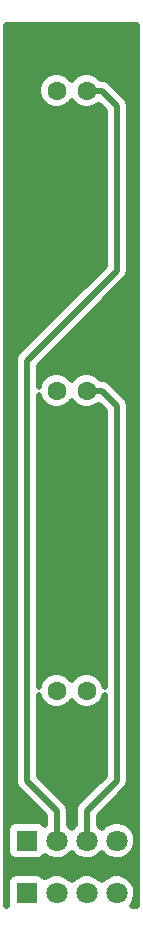
<source format=gbl>
G04 (created by PCBNEW (2013-07-07 BZR 4022)-stable) date 9/25/2013 7:58:19 PM*
%MOIN*%
G04 Gerber Fmt 3.4, Leading zero omitted, Abs format*
%FSLAX34Y34*%
G01*
G70*
G90*
G04 APERTURE LIST*
%ADD10C,0.006*%
%ADD11R,0.0708661X0.0708661*%
%ADD12C,0.0708661*%
%ADD13C,0.0629921*%
%ADD14C,0.02*%
G04 APERTURE END LIST*
G54D10*
G54D11*
X1000Y750D03*
G54D12*
X2000Y750D03*
X3000Y750D03*
X4000Y750D03*
G54D11*
X1000Y2500D03*
G54D12*
X2000Y2500D03*
X3000Y2500D03*
X4000Y2500D03*
G54D13*
X2000Y7500D03*
X3000Y7500D03*
X2000Y27500D03*
X3000Y27500D03*
X2000Y17500D03*
X3000Y17500D03*
G54D14*
X2000Y2500D02*
X2000Y3500D01*
X3500Y27500D02*
X3000Y27500D01*
X4000Y27000D02*
X3500Y27500D01*
X4000Y21500D02*
X4000Y27000D01*
X1000Y18500D02*
X4000Y21500D01*
X1000Y4500D02*
X1000Y18500D01*
X2000Y3500D02*
X1000Y4500D01*
X3000Y2500D02*
X3000Y3500D01*
X3500Y17500D02*
X3000Y17500D01*
X4000Y17000D02*
X3500Y17500D01*
X4000Y4500D02*
X4000Y17000D01*
X3000Y3500D02*
X4000Y4500D01*
G54D10*
G36*
X3600Y7635D02*
X3591Y7678D01*
X3545Y7790D01*
X3478Y7890D01*
X3393Y7976D01*
X3293Y8043D01*
X3182Y8090D01*
X3064Y8114D01*
X2943Y8115D01*
X2825Y8092D01*
X2713Y8047D01*
X2612Y7981D01*
X2526Y7897D01*
X2500Y7858D01*
X2478Y7890D01*
X2393Y7976D01*
X2293Y8043D01*
X2182Y8090D01*
X2064Y8114D01*
X1943Y8115D01*
X1825Y8092D01*
X1713Y8047D01*
X1612Y7981D01*
X1526Y7897D01*
X1458Y7797D01*
X1410Y7686D01*
X1400Y7635D01*
X1400Y17362D01*
X1406Y17329D01*
X1450Y17217D01*
X1515Y17116D01*
X1599Y17029D01*
X1698Y16960D01*
X1809Y16912D01*
X1926Y16886D01*
X2047Y16883D01*
X2166Y16904D01*
X2278Y16948D01*
X2380Y17013D01*
X2467Y17096D01*
X2499Y17141D01*
X2515Y17116D01*
X2599Y17029D01*
X2698Y16960D01*
X2809Y16912D01*
X2926Y16886D01*
X3047Y16883D01*
X3166Y16904D01*
X3278Y16948D01*
X3380Y17013D01*
X3401Y17032D01*
X3600Y16834D01*
X3600Y7635D01*
X3600Y7635D01*
G37*
G54D14*
X3600Y7635D02*
X3591Y7678D01*
X3545Y7790D01*
X3478Y7890D01*
X3393Y7976D01*
X3293Y8043D01*
X3182Y8090D01*
X3064Y8114D01*
X2943Y8115D01*
X2825Y8092D01*
X2713Y8047D01*
X2612Y7981D01*
X2526Y7897D01*
X2500Y7858D01*
X2478Y7890D01*
X2393Y7976D01*
X2293Y8043D01*
X2182Y8090D01*
X2064Y8114D01*
X1943Y8115D01*
X1825Y8092D01*
X1713Y8047D01*
X1612Y7981D01*
X1526Y7897D01*
X1458Y7797D01*
X1410Y7686D01*
X1400Y7635D01*
X1400Y17362D01*
X1406Y17329D01*
X1450Y17217D01*
X1515Y17116D01*
X1599Y17029D01*
X1698Y16960D01*
X1809Y16912D01*
X1926Y16886D01*
X2047Y16883D01*
X2166Y16904D01*
X2278Y16948D01*
X2380Y17013D01*
X2467Y17096D01*
X2499Y17141D01*
X2515Y17116D01*
X2599Y17029D01*
X2698Y16960D01*
X2809Y16912D01*
X2926Y16886D01*
X3047Y16883D01*
X3166Y16904D01*
X3278Y16948D01*
X3380Y17013D01*
X3401Y17032D01*
X3600Y16834D01*
X3600Y7635D01*
G54D10*
G36*
X3600Y4665D02*
X2717Y3782D01*
X2693Y3754D01*
X2669Y3725D01*
X2668Y3724D01*
X2667Y3722D01*
X2650Y3689D01*
X2632Y3657D01*
X2631Y3655D01*
X2630Y3653D01*
X2619Y3618D01*
X2608Y3583D01*
X2608Y3581D01*
X2607Y3579D01*
X2604Y3542D01*
X2600Y3505D01*
X2600Y3501D01*
X2600Y3501D01*
X2600Y3501D01*
X2600Y3500D01*
X2600Y3020D01*
X2588Y3012D01*
X2499Y2925D01*
X2419Y3006D01*
X2400Y3019D01*
X2400Y3500D01*
X2396Y3536D01*
X2393Y3573D01*
X2392Y3575D01*
X2392Y3577D01*
X2381Y3613D01*
X2371Y3648D01*
X2370Y3650D01*
X2369Y3652D01*
X2352Y3685D01*
X2335Y3717D01*
X2334Y3719D01*
X2333Y3721D01*
X2309Y3749D01*
X2286Y3778D01*
X2283Y3781D01*
X2283Y3781D01*
X2283Y3781D01*
X2282Y3782D01*
X1400Y4665D01*
X1400Y7362D01*
X1406Y7329D01*
X1450Y7217D01*
X1515Y7116D01*
X1599Y7029D01*
X1698Y6960D01*
X1809Y6912D01*
X1926Y6886D01*
X2047Y6883D01*
X2166Y6904D01*
X2278Y6948D01*
X2380Y7013D01*
X2467Y7096D01*
X2499Y7141D01*
X2515Y7116D01*
X2599Y7029D01*
X2698Y6960D01*
X2809Y6912D01*
X2926Y6886D01*
X3047Y6883D01*
X3166Y6904D01*
X3278Y6948D01*
X3380Y7013D01*
X3467Y7096D01*
X3537Y7194D01*
X3586Y7304D01*
X3600Y7365D01*
X3600Y4665D01*
X3600Y4665D01*
G37*
G54D14*
X3600Y4665D02*
X2717Y3782D01*
X2693Y3754D01*
X2669Y3725D01*
X2668Y3724D01*
X2667Y3722D01*
X2650Y3689D01*
X2632Y3657D01*
X2631Y3655D01*
X2630Y3653D01*
X2619Y3618D01*
X2608Y3583D01*
X2608Y3581D01*
X2607Y3579D01*
X2604Y3542D01*
X2600Y3505D01*
X2600Y3501D01*
X2600Y3501D01*
X2600Y3501D01*
X2600Y3500D01*
X2600Y3020D01*
X2588Y3012D01*
X2499Y2925D01*
X2419Y3006D01*
X2400Y3019D01*
X2400Y3500D01*
X2396Y3536D01*
X2393Y3573D01*
X2392Y3575D01*
X2392Y3577D01*
X2381Y3613D01*
X2371Y3648D01*
X2370Y3650D01*
X2369Y3652D01*
X2352Y3685D01*
X2335Y3717D01*
X2334Y3719D01*
X2333Y3721D01*
X2309Y3749D01*
X2286Y3778D01*
X2283Y3781D01*
X2283Y3781D01*
X2283Y3781D01*
X2282Y3782D01*
X1400Y4665D01*
X1400Y7362D01*
X1406Y7329D01*
X1450Y7217D01*
X1515Y7116D01*
X1599Y7029D01*
X1698Y6960D01*
X1809Y6912D01*
X1926Y6886D01*
X2047Y6883D01*
X2166Y6904D01*
X2278Y6948D01*
X2380Y7013D01*
X2467Y7096D01*
X2499Y7141D01*
X2515Y7116D01*
X2599Y7029D01*
X2698Y6960D01*
X2809Y6912D01*
X2926Y6886D01*
X3047Y6883D01*
X3166Y6904D01*
X3278Y6948D01*
X3380Y7013D01*
X3467Y7096D01*
X3537Y7194D01*
X3586Y7304D01*
X3600Y7365D01*
X3600Y4665D01*
G54D10*
G36*
X4675Y325D02*
X4500Y325D01*
X4571Y425D01*
X4623Y542D01*
X4652Y667D01*
X4654Y814D01*
X4654Y2564D01*
X4629Y2690D01*
X4580Y2808D01*
X4509Y2915D01*
X4419Y3006D01*
X4312Y3078D01*
X4194Y3128D01*
X4068Y3153D01*
X3940Y3154D01*
X3814Y3130D01*
X3695Y3082D01*
X3588Y3012D01*
X3499Y2925D01*
X3419Y3006D01*
X3400Y3019D01*
X3400Y3334D01*
X4282Y4217D01*
X4306Y4245D01*
X4330Y4274D01*
X4331Y4275D01*
X4332Y4277D01*
X4349Y4310D01*
X4367Y4342D01*
X4368Y4344D01*
X4369Y4346D01*
X4380Y4381D01*
X4391Y4416D01*
X4391Y4418D01*
X4392Y4420D01*
X4395Y4457D01*
X4399Y4494D01*
X4399Y4498D01*
X4399Y4498D01*
X4399Y4498D01*
X4400Y4500D01*
X4400Y17000D01*
X4396Y17036D01*
X4393Y17073D01*
X4392Y17075D01*
X4392Y17077D01*
X4381Y17113D01*
X4371Y17148D01*
X4370Y17150D01*
X4369Y17152D01*
X4352Y17185D01*
X4335Y17217D01*
X4334Y17219D01*
X4333Y17221D01*
X4309Y17249D01*
X4286Y17278D01*
X4283Y17281D01*
X4283Y17281D01*
X4283Y17281D01*
X4282Y17282D01*
X3782Y17782D01*
X3754Y17806D01*
X3725Y17830D01*
X3724Y17831D01*
X3722Y17832D01*
X3689Y17849D01*
X3657Y17867D01*
X3655Y17868D01*
X3653Y17869D01*
X3618Y17880D01*
X3583Y17891D01*
X3581Y17891D01*
X3579Y17892D01*
X3542Y17895D01*
X3505Y17899D01*
X3501Y17899D01*
X3501Y17899D01*
X3501Y17899D01*
X3500Y17900D01*
X3469Y17900D01*
X3393Y17976D01*
X3293Y18043D01*
X3182Y18090D01*
X3064Y18114D01*
X2943Y18115D01*
X2825Y18092D01*
X2713Y18047D01*
X2612Y17981D01*
X2526Y17897D01*
X2500Y17858D01*
X2478Y17890D01*
X2393Y17976D01*
X2293Y18043D01*
X2182Y18090D01*
X2064Y18114D01*
X1943Y18115D01*
X1825Y18092D01*
X1713Y18047D01*
X1612Y17981D01*
X1526Y17897D01*
X1458Y17797D01*
X1410Y17686D01*
X1400Y17635D01*
X1400Y18334D01*
X4282Y21217D01*
X4306Y21245D01*
X4330Y21274D01*
X4331Y21275D01*
X4332Y21277D01*
X4349Y21310D01*
X4367Y21342D01*
X4368Y21344D01*
X4369Y21346D01*
X4380Y21381D01*
X4391Y21416D01*
X4391Y21418D01*
X4392Y21420D01*
X4395Y21457D01*
X4399Y21494D01*
X4399Y21498D01*
X4399Y21498D01*
X4399Y21498D01*
X4400Y21500D01*
X4400Y27000D01*
X4396Y27036D01*
X4393Y27073D01*
X4392Y27075D01*
X4392Y27077D01*
X4381Y27113D01*
X4371Y27148D01*
X4370Y27150D01*
X4369Y27152D01*
X4352Y27185D01*
X4335Y27217D01*
X4334Y27219D01*
X4333Y27221D01*
X4309Y27249D01*
X4286Y27278D01*
X4283Y27281D01*
X4283Y27281D01*
X4283Y27281D01*
X4282Y27282D01*
X3782Y27782D01*
X3754Y27806D01*
X3725Y27830D01*
X3724Y27831D01*
X3722Y27832D01*
X3689Y27849D01*
X3657Y27867D01*
X3655Y27868D01*
X3653Y27869D01*
X3618Y27880D01*
X3583Y27891D01*
X3581Y27891D01*
X3579Y27892D01*
X3542Y27895D01*
X3505Y27899D01*
X3501Y27899D01*
X3501Y27899D01*
X3501Y27899D01*
X3500Y27900D01*
X3469Y27900D01*
X3393Y27976D01*
X3293Y28043D01*
X3182Y28090D01*
X3064Y28114D01*
X2943Y28115D01*
X2825Y28092D01*
X2713Y28047D01*
X2612Y27981D01*
X2526Y27897D01*
X2500Y27858D01*
X2478Y27890D01*
X2393Y27976D01*
X2293Y28043D01*
X2182Y28090D01*
X2064Y28114D01*
X1943Y28115D01*
X1825Y28092D01*
X1713Y28047D01*
X1612Y27981D01*
X1526Y27897D01*
X1458Y27797D01*
X1410Y27686D01*
X1385Y27568D01*
X1384Y27448D01*
X1406Y27329D01*
X1450Y27217D01*
X1515Y27116D01*
X1599Y27029D01*
X1698Y26960D01*
X1809Y26912D01*
X1926Y26886D01*
X2047Y26883D01*
X2166Y26904D01*
X2278Y26948D01*
X2380Y27013D01*
X2467Y27096D01*
X2499Y27141D01*
X2515Y27116D01*
X2599Y27029D01*
X2698Y26960D01*
X2809Y26912D01*
X2926Y26886D01*
X3047Y26883D01*
X3166Y26904D01*
X3278Y26948D01*
X3380Y27013D01*
X3401Y27032D01*
X3600Y26834D01*
X3600Y21665D01*
X717Y18782D01*
X693Y18754D01*
X669Y18725D01*
X668Y18724D01*
X667Y18722D01*
X650Y18689D01*
X632Y18657D01*
X631Y18655D01*
X630Y18653D01*
X619Y18618D01*
X608Y18583D01*
X608Y18581D01*
X607Y18579D01*
X604Y18542D01*
X600Y18505D01*
X600Y18501D01*
X600Y18501D01*
X600Y18501D01*
X600Y18500D01*
X600Y4500D01*
X603Y4463D01*
X606Y4426D01*
X607Y4424D01*
X607Y4422D01*
X618Y4386D01*
X628Y4351D01*
X629Y4349D01*
X630Y4347D01*
X647Y4314D01*
X664Y4282D01*
X665Y4280D01*
X666Y4278D01*
X690Y4250D01*
X713Y4221D01*
X716Y4218D01*
X716Y4218D01*
X716Y4218D01*
X717Y4217D01*
X1600Y3334D01*
X1600Y3026D01*
X1587Y3044D01*
X1546Y3086D01*
X1497Y3119D01*
X1443Y3142D01*
X1385Y3154D01*
X1327Y3154D01*
X616Y3154D01*
X558Y3142D01*
X504Y3120D01*
X455Y3087D01*
X413Y3046D01*
X380Y2997D01*
X357Y2943D01*
X345Y2885D01*
X345Y2827D01*
X345Y2116D01*
X357Y2058D01*
X379Y2004D01*
X412Y1955D01*
X453Y1913D01*
X502Y1880D01*
X556Y1857D01*
X614Y1845D01*
X672Y1845D01*
X1383Y1845D01*
X1441Y1857D01*
X1495Y1879D01*
X1544Y1912D01*
X1586Y1953D01*
X1603Y1978D01*
X1679Y1926D01*
X1796Y1874D01*
X1922Y1847D01*
X2050Y1844D01*
X2176Y1866D01*
X2296Y1913D01*
X2404Y1981D01*
X2497Y2070D01*
X2500Y2074D01*
X2573Y1999D01*
X2679Y1926D01*
X2796Y1874D01*
X2922Y1847D01*
X3050Y1844D01*
X3176Y1866D01*
X3296Y1913D01*
X3404Y1981D01*
X3497Y2070D01*
X3500Y2074D01*
X3573Y1999D01*
X3679Y1926D01*
X3796Y1874D01*
X3922Y1847D01*
X4050Y1844D01*
X4176Y1866D01*
X4296Y1913D01*
X4404Y1981D01*
X4497Y2070D01*
X4571Y2175D01*
X4623Y2292D01*
X4652Y2417D01*
X4654Y2564D01*
X4654Y814D01*
X4629Y940D01*
X4580Y1058D01*
X4509Y1165D01*
X4419Y1256D01*
X4312Y1328D01*
X4194Y1378D01*
X4068Y1403D01*
X3940Y1404D01*
X3814Y1380D01*
X3695Y1332D01*
X3588Y1262D01*
X3499Y1175D01*
X3419Y1256D01*
X3312Y1328D01*
X3194Y1378D01*
X3068Y1403D01*
X2940Y1404D01*
X2814Y1380D01*
X2695Y1332D01*
X2588Y1262D01*
X2499Y1175D01*
X2419Y1256D01*
X2312Y1328D01*
X2194Y1378D01*
X2068Y1403D01*
X1940Y1404D01*
X1814Y1380D01*
X1695Y1332D01*
X1602Y1272D01*
X1587Y1294D01*
X1546Y1336D01*
X1497Y1369D01*
X1443Y1392D01*
X1385Y1404D01*
X1327Y1404D01*
X616Y1404D01*
X558Y1392D01*
X504Y1370D01*
X455Y1337D01*
X413Y1296D01*
X380Y1247D01*
X357Y1193D01*
X345Y1135D01*
X345Y1077D01*
X345Y366D01*
X353Y325D01*
X325Y325D01*
X325Y29675D01*
X4675Y29675D01*
X4675Y325D01*
X4675Y325D01*
G37*
G54D14*
X4675Y325D02*
X4500Y325D01*
X4571Y425D01*
X4623Y542D01*
X4652Y667D01*
X4654Y814D01*
X4654Y2564D01*
X4629Y2690D01*
X4580Y2808D01*
X4509Y2915D01*
X4419Y3006D01*
X4312Y3078D01*
X4194Y3128D01*
X4068Y3153D01*
X3940Y3154D01*
X3814Y3130D01*
X3695Y3082D01*
X3588Y3012D01*
X3499Y2925D01*
X3419Y3006D01*
X3400Y3019D01*
X3400Y3334D01*
X4282Y4217D01*
X4306Y4245D01*
X4330Y4274D01*
X4331Y4275D01*
X4332Y4277D01*
X4349Y4310D01*
X4367Y4342D01*
X4368Y4344D01*
X4369Y4346D01*
X4380Y4381D01*
X4391Y4416D01*
X4391Y4418D01*
X4392Y4420D01*
X4395Y4457D01*
X4399Y4494D01*
X4399Y4498D01*
X4399Y4498D01*
X4399Y4498D01*
X4400Y4500D01*
X4400Y17000D01*
X4396Y17036D01*
X4393Y17073D01*
X4392Y17075D01*
X4392Y17077D01*
X4381Y17113D01*
X4371Y17148D01*
X4370Y17150D01*
X4369Y17152D01*
X4352Y17185D01*
X4335Y17217D01*
X4334Y17219D01*
X4333Y17221D01*
X4309Y17249D01*
X4286Y17278D01*
X4283Y17281D01*
X4283Y17281D01*
X4283Y17281D01*
X4282Y17282D01*
X3782Y17782D01*
X3754Y17806D01*
X3725Y17830D01*
X3724Y17831D01*
X3722Y17832D01*
X3689Y17849D01*
X3657Y17867D01*
X3655Y17868D01*
X3653Y17869D01*
X3618Y17880D01*
X3583Y17891D01*
X3581Y17891D01*
X3579Y17892D01*
X3542Y17895D01*
X3505Y17899D01*
X3501Y17899D01*
X3501Y17899D01*
X3501Y17899D01*
X3500Y17900D01*
X3469Y17900D01*
X3393Y17976D01*
X3293Y18043D01*
X3182Y18090D01*
X3064Y18114D01*
X2943Y18115D01*
X2825Y18092D01*
X2713Y18047D01*
X2612Y17981D01*
X2526Y17897D01*
X2500Y17858D01*
X2478Y17890D01*
X2393Y17976D01*
X2293Y18043D01*
X2182Y18090D01*
X2064Y18114D01*
X1943Y18115D01*
X1825Y18092D01*
X1713Y18047D01*
X1612Y17981D01*
X1526Y17897D01*
X1458Y17797D01*
X1410Y17686D01*
X1400Y17635D01*
X1400Y18334D01*
X4282Y21217D01*
X4306Y21245D01*
X4330Y21274D01*
X4331Y21275D01*
X4332Y21277D01*
X4349Y21310D01*
X4367Y21342D01*
X4368Y21344D01*
X4369Y21346D01*
X4380Y21381D01*
X4391Y21416D01*
X4391Y21418D01*
X4392Y21420D01*
X4395Y21457D01*
X4399Y21494D01*
X4399Y21498D01*
X4399Y21498D01*
X4399Y21498D01*
X4400Y21500D01*
X4400Y27000D01*
X4396Y27036D01*
X4393Y27073D01*
X4392Y27075D01*
X4392Y27077D01*
X4381Y27113D01*
X4371Y27148D01*
X4370Y27150D01*
X4369Y27152D01*
X4352Y27185D01*
X4335Y27217D01*
X4334Y27219D01*
X4333Y27221D01*
X4309Y27249D01*
X4286Y27278D01*
X4283Y27281D01*
X4283Y27281D01*
X4283Y27281D01*
X4282Y27282D01*
X3782Y27782D01*
X3754Y27806D01*
X3725Y27830D01*
X3724Y27831D01*
X3722Y27832D01*
X3689Y27849D01*
X3657Y27867D01*
X3655Y27868D01*
X3653Y27869D01*
X3618Y27880D01*
X3583Y27891D01*
X3581Y27891D01*
X3579Y27892D01*
X3542Y27895D01*
X3505Y27899D01*
X3501Y27899D01*
X3501Y27899D01*
X3501Y27899D01*
X3500Y27900D01*
X3469Y27900D01*
X3393Y27976D01*
X3293Y28043D01*
X3182Y28090D01*
X3064Y28114D01*
X2943Y28115D01*
X2825Y28092D01*
X2713Y28047D01*
X2612Y27981D01*
X2526Y27897D01*
X2500Y27858D01*
X2478Y27890D01*
X2393Y27976D01*
X2293Y28043D01*
X2182Y28090D01*
X2064Y28114D01*
X1943Y28115D01*
X1825Y28092D01*
X1713Y28047D01*
X1612Y27981D01*
X1526Y27897D01*
X1458Y27797D01*
X1410Y27686D01*
X1385Y27568D01*
X1384Y27448D01*
X1406Y27329D01*
X1450Y27217D01*
X1515Y27116D01*
X1599Y27029D01*
X1698Y26960D01*
X1809Y26912D01*
X1926Y26886D01*
X2047Y26883D01*
X2166Y26904D01*
X2278Y26948D01*
X2380Y27013D01*
X2467Y27096D01*
X2499Y27141D01*
X2515Y27116D01*
X2599Y27029D01*
X2698Y26960D01*
X2809Y26912D01*
X2926Y26886D01*
X3047Y26883D01*
X3166Y26904D01*
X3278Y26948D01*
X3380Y27013D01*
X3401Y27032D01*
X3600Y26834D01*
X3600Y21665D01*
X717Y18782D01*
X693Y18754D01*
X669Y18725D01*
X668Y18724D01*
X667Y18722D01*
X650Y18689D01*
X632Y18657D01*
X631Y18655D01*
X630Y18653D01*
X619Y18618D01*
X608Y18583D01*
X608Y18581D01*
X607Y18579D01*
X604Y18542D01*
X600Y18505D01*
X600Y18501D01*
X600Y18501D01*
X600Y18501D01*
X600Y18500D01*
X600Y4500D01*
X603Y4463D01*
X606Y4426D01*
X607Y4424D01*
X607Y4422D01*
X618Y4386D01*
X628Y4351D01*
X629Y4349D01*
X630Y4347D01*
X647Y4314D01*
X664Y4282D01*
X665Y4280D01*
X666Y4278D01*
X690Y4250D01*
X713Y4221D01*
X716Y4218D01*
X716Y4218D01*
X716Y4218D01*
X717Y4217D01*
X1600Y3334D01*
X1600Y3026D01*
X1587Y3044D01*
X1546Y3086D01*
X1497Y3119D01*
X1443Y3142D01*
X1385Y3154D01*
X1327Y3154D01*
X616Y3154D01*
X558Y3142D01*
X504Y3120D01*
X455Y3087D01*
X413Y3046D01*
X380Y2997D01*
X357Y2943D01*
X345Y2885D01*
X345Y2827D01*
X345Y2116D01*
X357Y2058D01*
X379Y2004D01*
X412Y1955D01*
X453Y1913D01*
X502Y1880D01*
X556Y1857D01*
X614Y1845D01*
X672Y1845D01*
X1383Y1845D01*
X1441Y1857D01*
X1495Y1879D01*
X1544Y1912D01*
X1586Y1953D01*
X1603Y1978D01*
X1679Y1926D01*
X1796Y1874D01*
X1922Y1847D01*
X2050Y1844D01*
X2176Y1866D01*
X2296Y1913D01*
X2404Y1981D01*
X2497Y2070D01*
X2500Y2074D01*
X2573Y1999D01*
X2679Y1926D01*
X2796Y1874D01*
X2922Y1847D01*
X3050Y1844D01*
X3176Y1866D01*
X3296Y1913D01*
X3404Y1981D01*
X3497Y2070D01*
X3500Y2074D01*
X3573Y1999D01*
X3679Y1926D01*
X3796Y1874D01*
X3922Y1847D01*
X4050Y1844D01*
X4176Y1866D01*
X4296Y1913D01*
X4404Y1981D01*
X4497Y2070D01*
X4571Y2175D01*
X4623Y2292D01*
X4652Y2417D01*
X4654Y2564D01*
X4654Y814D01*
X4629Y940D01*
X4580Y1058D01*
X4509Y1165D01*
X4419Y1256D01*
X4312Y1328D01*
X4194Y1378D01*
X4068Y1403D01*
X3940Y1404D01*
X3814Y1380D01*
X3695Y1332D01*
X3588Y1262D01*
X3499Y1175D01*
X3419Y1256D01*
X3312Y1328D01*
X3194Y1378D01*
X3068Y1403D01*
X2940Y1404D01*
X2814Y1380D01*
X2695Y1332D01*
X2588Y1262D01*
X2499Y1175D01*
X2419Y1256D01*
X2312Y1328D01*
X2194Y1378D01*
X2068Y1403D01*
X1940Y1404D01*
X1814Y1380D01*
X1695Y1332D01*
X1602Y1272D01*
X1587Y1294D01*
X1546Y1336D01*
X1497Y1369D01*
X1443Y1392D01*
X1385Y1404D01*
X1327Y1404D01*
X616Y1404D01*
X558Y1392D01*
X504Y1370D01*
X455Y1337D01*
X413Y1296D01*
X380Y1247D01*
X357Y1193D01*
X345Y1135D01*
X345Y1077D01*
X345Y366D01*
X353Y325D01*
X325Y325D01*
X325Y29675D01*
X4675Y29675D01*
X4675Y325D01*
M02*

</source>
